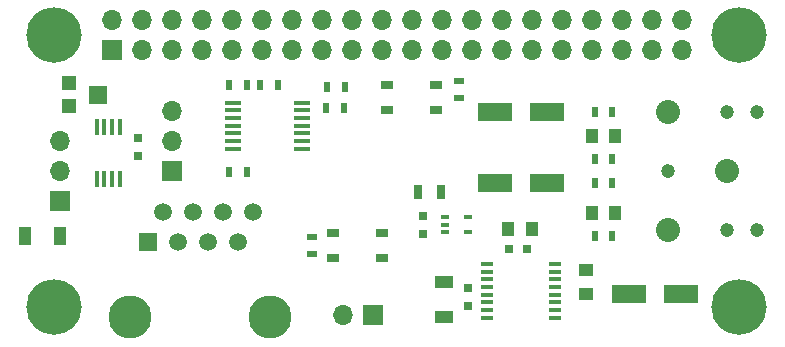
<source format=gts>
G04 #@! TF.FileFunction,Soldermask,Top*
%FSLAX46Y46*%
G04 Gerber Fmt 4.6, Leading zero omitted, Abs format (unit mm)*
G04 Created by KiCad (PCBNEW 4.0.7) date Sun Mar 11 16:41:06 2018*
%MOMM*%
%LPD*%
G01*
G04 APERTURE LIST*
%ADD10C,0.025400*%
%ADD11R,0.450000X1.450000*%
%ADD12R,3.000000X1.600000*%
%ADD13R,1.600000X1.000000*%
%ADD14C,2.032000*%
%ADD15C,1.193800*%
%ADD16R,0.800000X0.750000*%
%ADD17R,0.750000X0.800000*%
%ADD18R,1.000000X1.600000*%
%ADD19C,3.650000*%
%ADD20R,1.500000X1.500000*%
%ADD21C,1.500000*%
%ADD22R,1.700000X1.700000*%
%ADD23O,1.700000X1.700000*%
%ADD24R,0.700000X1.300000*%
%ADD25R,0.500000X0.900000*%
%ADD26R,1.500000X1.600000*%
%ADD27R,1.200000X1.200000*%
%ADD28R,1.000000X0.400000*%
%ADD29C,4.700000*%
%ADD30R,0.900000X0.500000*%
%ADD31R,1.450000X0.450000*%
%ADD32R,1.050000X0.650000*%
%ADD33R,1.000000X1.250000*%
%ADD34R,1.250000X1.000000*%
%ADD35R,0.650000X0.400000*%
G04 APERTURE END LIST*
D10*
D11*
X108559580Y-103721120D03*
X107909580Y-103721120D03*
X107259580Y-103721120D03*
X106609580Y-103721120D03*
X106609580Y-108121120D03*
X107259580Y-108121120D03*
X107909580Y-108121120D03*
X108559580Y-108121120D03*
D12*
X151643180Y-117864320D03*
X156043180Y-117864320D03*
D13*
X136032580Y-116867120D03*
X136032580Y-119867120D03*
D14*
X155000000Y-112500000D03*
X160000000Y-107500000D03*
X155000000Y-102500000D03*
D15*
X160000000Y-112500000D03*
X160000000Y-102500000D03*
X155000000Y-107500000D03*
X162500000Y-112500000D03*
X162500000Y-102500000D03*
D16*
X143036180Y-114054320D03*
X141536180Y-114054320D03*
D12*
X140300000Y-108500000D03*
X144700000Y-108500000D03*
X140300000Y-102500000D03*
X144700000Y-102500000D03*
D17*
X110124580Y-104663120D03*
X110124580Y-106163120D03*
D18*
X100500000Y-113000000D03*
X103500000Y-113000000D03*
D19*
X121300000Y-119850000D03*
X109430000Y-119850000D03*
D20*
X110920000Y-113500000D03*
D21*
X112190000Y-110960000D03*
X113460000Y-113500000D03*
X114730000Y-110960000D03*
X116000000Y-113500000D03*
X117270000Y-110960000D03*
X118540000Y-113500000D03*
X119810000Y-110960000D03*
D22*
X103500000Y-110040000D03*
D23*
X103500000Y-107500000D03*
X103500000Y-104960000D03*
D24*
X133812580Y-109223120D03*
X135712580Y-109223120D03*
D25*
X150250000Y-108500000D03*
X148750000Y-108500000D03*
X150250000Y-113000000D03*
X148750000Y-113000000D03*
X150250000Y-102500000D03*
X148750000Y-102500000D03*
X150250000Y-106500000D03*
X148750000Y-106500000D03*
X127542180Y-102116320D03*
X126042180Y-102116320D03*
X119287180Y-100211320D03*
X117787180Y-100211320D03*
X121954180Y-100211320D03*
X120454180Y-100211320D03*
X117787180Y-107577320D03*
X119287180Y-107577320D03*
D26*
X106750000Y-101000000D03*
D27*
X104250000Y-100000000D03*
X104250000Y-102000000D03*
D28*
X139640180Y-115335320D03*
X139640180Y-115985320D03*
X139640180Y-116635320D03*
X139640180Y-117285320D03*
X139640180Y-117935320D03*
X139640180Y-118585320D03*
X139640180Y-119235320D03*
X139640180Y-119885320D03*
X145440180Y-119885320D03*
X145440180Y-119235320D03*
X145440180Y-118585320D03*
X145440180Y-117935320D03*
X145440180Y-117285320D03*
X145440180Y-116635320D03*
X145440180Y-115985320D03*
X145440180Y-115335320D03*
D22*
X107870000Y-97270000D03*
D23*
X107870000Y-94730000D03*
X110410000Y-97270000D03*
X110410000Y-94730000D03*
X112950000Y-97270000D03*
X112950000Y-94730000D03*
X115490000Y-97270000D03*
X115490000Y-94730000D03*
X118030000Y-97270000D03*
X118030000Y-94730000D03*
X120570000Y-97270000D03*
X120570000Y-94730000D03*
X123110000Y-97270000D03*
X123110000Y-94730000D03*
X125650000Y-97270000D03*
X125650000Y-94730000D03*
X128190000Y-97270000D03*
X128190000Y-94730000D03*
X130730000Y-97270000D03*
X130730000Y-94730000D03*
X133270000Y-97270000D03*
X133270000Y-94730000D03*
X135810000Y-97270000D03*
X135810000Y-94730000D03*
X138350000Y-97270000D03*
X138350000Y-94730000D03*
X140890000Y-97270000D03*
X140890000Y-94730000D03*
X143430000Y-97270000D03*
X143430000Y-94730000D03*
X145970000Y-97270000D03*
X145970000Y-94730000D03*
X148510000Y-97270000D03*
X148510000Y-94730000D03*
X151050000Y-97270000D03*
X151050000Y-94730000D03*
X153590000Y-97270000D03*
X153590000Y-94730000D03*
X156130000Y-97270000D03*
X156130000Y-94730000D03*
D29*
X103000000Y-96000000D03*
X103000000Y-119000000D03*
X161000000Y-96000000D03*
X161000000Y-119000000D03*
D22*
X129967180Y-119642320D03*
D23*
X127427180Y-119642320D03*
D30*
X137302580Y-101325120D03*
X137302580Y-99825120D03*
X124856580Y-114533120D03*
X124856580Y-113033120D03*
D31*
X118127180Y-101690320D03*
X118127180Y-102340320D03*
X118127180Y-102990320D03*
X118127180Y-103640320D03*
X118127180Y-104290320D03*
X118127180Y-104940320D03*
X118127180Y-105590320D03*
X124027180Y-105590320D03*
X124027180Y-104940320D03*
X124027180Y-104290320D03*
X124027180Y-103640320D03*
X124027180Y-102990320D03*
X124027180Y-102340320D03*
X124027180Y-101690320D03*
D32*
X130741580Y-114870120D03*
X126591580Y-114870120D03*
X130741580Y-112720120D03*
X126591580Y-112720120D03*
X131163580Y-100152320D03*
X135313580Y-100152320D03*
X131163580Y-102302320D03*
X135313580Y-102302320D03*
D33*
X141437180Y-112403320D03*
X143437180Y-112403320D03*
X148500000Y-111000000D03*
X150500000Y-111000000D03*
X148500000Y-104500000D03*
X150500000Y-104500000D03*
D34*
X148001180Y-117860320D03*
X148001180Y-115860320D03*
D17*
X134254580Y-111267120D03*
X134254580Y-112767120D03*
X138064580Y-118863120D03*
X138064580Y-117363120D03*
D22*
X113012580Y-107445120D03*
D23*
X113012580Y-104905120D03*
X113012580Y-102365120D03*
D25*
X126138580Y-100333120D03*
X127638580Y-100333120D03*
D35*
X136098580Y-111367120D03*
X136098580Y-112667120D03*
X136098580Y-112017120D03*
X137998580Y-112667120D03*
X137998580Y-111367120D03*
M02*

</source>
